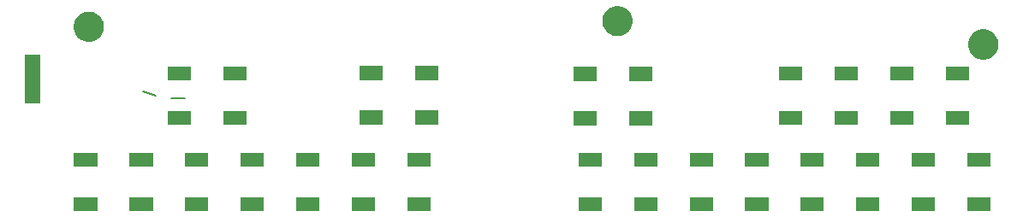
<source format=gts>
G04 #@! TF.GenerationSoftware,KiCad,Pcbnew,5.1.4-e60b266~84~ubuntu16.04.1*
G04 #@! TF.CreationDate,2019-10-09T19:06:30-05:00*
G04 #@! TF.ProjectId,Quantum MCP4262-502 25x expansion flex for GWAAM-Sea Aid,5175616e-7475-46d2-904d-435034323632,rev?*
G04 #@! TF.SameCoordinates,Original*
G04 #@! TF.FileFunction,Soldermask,Top*
G04 #@! TF.FilePolarity,Negative*
%FSLAX46Y46*%
G04 Gerber Fmt 4.6, Leading zero omitted, Abs format (unit mm)*
G04 Created by KiCad (PCBNEW 5.1.4-e60b266~84~ubuntu16.04.1) date 2019-10-09 19:06:30*
%MOMM*%
%LPD*%
G04 APERTURE LIST*
%ADD10C,0.210000*%
%ADD11C,0.100000*%
G04 APERTURE END LIST*
D10*
X82854800Y-108562140D02*
X84142580Y-109024420D01*
X85607717Y-109231315D02*
X87002177Y-109231315D01*
D11*
G36*
X128210960Y-120446120D02*
G01*
X125910960Y-120446120D01*
X125910960Y-119046120D01*
X128210960Y-119046120D01*
X128210960Y-120446120D01*
X128210960Y-120446120D01*
G37*
G36*
X78312660Y-120446120D02*
G01*
X76012660Y-120446120D01*
X76012660Y-119046120D01*
X78312660Y-119046120D01*
X78312660Y-120446120D01*
X78312660Y-120446120D01*
G37*
G36*
X83809220Y-120443580D02*
G01*
X81509220Y-120443580D01*
X81509220Y-119043580D01*
X83809220Y-119043580D01*
X83809220Y-120443580D01*
X83809220Y-120443580D01*
G37*
G36*
X133707520Y-120443580D02*
G01*
X131407520Y-120443580D01*
X131407520Y-119043580D01*
X133707520Y-119043580D01*
X133707520Y-120443580D01*
X133707520Y-120443580D01*
G37*
G36*
X139196460Y-120435960D02*
G01*
X136896460Y-120435960D01*
X136896460Y-119035960D01*
X139196460Y-119035960D01*
X139196460Y-120435960D01*
X139196460Y-120435960D01*
G37*
G36*
X89298160Y-120435960D02*
G01*
X86998160Y-120435960D01*
X86998160Y-119035960D01*
X89298160Y-119035960D01*
X89298160Y-120435960D01*
X89298160Y-120435960D01*
G37*
G36*
X94794720Y-120433420D02*
G01*
X92494720Y-120433420D01*
X92494720Y-119033420D01*
X94794720Y-119033420D01*
X94794720Y-120433420D01*
X94794720Y-120433420D01*
G37*
G36*
X144693020Y-120433420D02*
G01*
X142393020Y-120433420D01*
X142393020Y-119033420D01*
X144693020Y-119033420D01*
X144693020Y-120433420D01*
X144693020Y-120433420D01*
G37*
G36*
X111279320Y-120428340D02*
G01*
X108979320Y-120428340D01*
X108979320Y-119028340D01*
X111279320Y-119028340D01*
X111279320Y-120428340D01*
X111279320Y-120428340D01*
G37*
G36*
X161177620Y-120428340D02*
G01*
X158877620Y-120428340D01*
X158877620Y-119028340D01*
X161177620Y-119028340D01*
X161177620Y-120428340D01*
X161177620Y-120428340D01*
G37*
G36*
X166674180Y-120425800D02*
G01*
X164374180Y-120425800D01*
X164374180Y-119025800D01*
X166674180Y-119025800D01*
X166674180Y-120425800D01*
X166674180Y-120425800D01*
G37*
G36*
X150181960Y-120423260D02*
G01*
X147881960Y-120423260D01*
X147881960Y-119023260D01*
X150181960Y-119023260D01*
X150181960Y-120423260D01*
X150181960Y-120423260D01*
G37*
G36*
X100283660Y-120423260D02*
G01*
X97983660Y-120423260D01*
X97983660Y-119023260D01*
X100283660Y-119023260D01*
X100283660Y-120423260D01*
X100283660Y-120423260D01*
G37*
G36*
X105780220Y-120420720D02*
G01*
X103480220Y-120420720D01*
X103480220Y-119020720D01*
X105780220Y-119020720D01*
X105780220Y-120420720D01*
X105780220Y-120420720D01*
G37*
G36*
X155678520Y-120420720D02*
G01*
X153378520Y-120420720D01*
X153378520Y-119020720D01*
X155678520Y-119020720D01*
X155678520Y-120420720D01*
X155678520Y-120420720D01*
G37*
G36*
X128210960Y-116046120D02*
G01*
X125910960Y-116046120D01*
X125910960Y-114646120D01*
X128210960Y-114646120D01*
X128210960Y-116046120D01*
X128210960Y-116046120D01*
G37*
G36*
X78312660Y-116046120D02*
G01*
X76012660Y-116046120D01*
X76012660Y-114646120D01*
X78312660Y-114646120D01*
X78312660Y-116046120D01*
X78312660Y-116046120D01*
G37*
G36*
X83809220Y-116043580D02*
G01*
X81509220Y-116043580D01*
X81509220Y-114643580D01*
X83809220Y-114643580D01*
X83809220Y-116043580D01*
X83809220Y-116043580D01*
G37*
G36*
X133707520Y-116043580D02*
G01*
X131407520Y-116043580D01*
X131407520Y-114643580D01*
X133707520Y-114643580D01*
X133707520Y-116043580D01*
X133707520Y-116043580D01*
G37*
G36*
X89298160Y-116035960D02*
G01*
X86998160Y-116035960D01*
X86998160Y-114635960D01*
X89298160Y-114635960D01*
X89298160Y-116035960D01*
X89298160Y-116035960D01*
G37*
G36*
X139196460Y-116035960D02*
G01*
X136896460Y-116035960D01*
X136896460Y-114635960D01*
X139196460Y-114635960D01*
X139196460Y-116035960D01*
X139196460Y-116035960D01*
G37*
G36*
X144693020Y-116033420D02*
G01*
X142393020Y-116033420D01*
X142393020Y-114633420D01*
X144693020Y-114633420D01*
X144693020Y-116033420D01*
X144693020Y-116033420D01*
G37*
G36*
X94794720Y-116033420D02*
G01*
X92494720Y-116033420D01*
X92494720Y-114633420D01*
X94794720Y-114633420D01*
X94794720Y-116033420D01*
X94794720Y-116033420D01*
G37*
G36*
X111279320Y-116028340D02*
G01*
X108979320Y-116028340D01*
X108979320Y-114628340D01*
X111279320Y-114628340D01*
X111279320Y-116028340D01*
X111279320Y-116028340D01*
G37*
G36*
X161177620Y-116028340D02*
G01*
X158877620Y-116028340D01*
X158877620Y-114628340D01*
X161177620Y-114628340D01*
X161177620Y-116028340D01*
X161177620Y-116028340D01*
G37*
G36*
X166674180Y-116025800D02*
G01*
X164374180Y-116025800D01*
X164374180Y-114625800D01*
X166674180Y-114625800D01*
X166674180Y-116025800D01*
X166674180Y-116025800D01*
G37*
G36*
X150181960Y-116023260D02*
G01*
X147881960Y-116023260D01*
X147881960Y-114623260D01*
X150181960Y-114623260D01*
X150181960Y-116023260D01*
X150181960Y-116023260D01*
G37*
G36*
X100283660Y-116023260D02*
G01*
X97983660Y-116023260D01*
X97983660Y-114623260D01*
X100283660Y-114623260D01*
X100283660Y-116023260D01*
X100283660Y-116023260D01*
G37*
G36*
X105780220Y-116020720D02*
G01*
X103480220Y-116020720D01*
X103480220Y-114620720D01*
X105780220Y-114620720D01*
X105780220Y-116020720D01*
X105780220Y-116020720D01*
G37*
G36*
X155678520Y-116020720D02*
G01*
X153378520Y-116020720D01*
X153378520Y-114620720D01*
X155678520Y-114620720D01*
X155678520Y-116020720D01*
X155678520Y-116020720D01*
G37*
G36*
X127692800Y-111934580D02*
G01*
X125392800Y-111934580D01*
X125392800Y-110534580D01*
X127692800Y-110534580D01*
X127692800Y-111934580D01*
X127692800Y-111934580D01*
G37*
G36*
X133189360Y-111932040D02*
G01*
X130889360Y-111932040D01*
X130889360Y-110532040D01*
X133189360Y-110532040D01*
X133189360Y-111932040D01*
X133189360Y-111932040D01*
G37*
G36*
X87570960Y-111899020D02*
G01*
X85270960Y-111899020D01*
X85270960Y-110499020D01*
X87570960Y-110499020D01*
X87570960Y-111899020D01*
X87570960Y-111899020D01*
G37*
G36*
X148061060Y-111896480D02*
G01*
X145761060Y-111896480D01*
X145761060Y-110496480D01*
X148061060Y-110496480D01*
X148061060Y-111896480D01*
X148061060Y-111896480D01*
G37*
G36*
X93067520Y-111896480D02*
G01*
X90767520Y-111896480D01*
X90767520Y-110496480D01*
X93067520Y-110496480D01*
X93067520Y-111896480D01*
X93067520Y-111896480D01*
G37*
G36*
X153557620Y-111893940D02*
G01*
X151257620Y-111893940D01*
X151257620Y-110493940D01*
X153557620Y-110493940D01*
X153557620Y-111893940D01*
X153557620Y-111893940D01*
G37*
G36*
X159046560Y-111883780D02*
G01*
X156746560Y-111883780D01*
X156746560Y-110483780D01*
X159046560Y-110483780D01*
X159046560Y-111883780D01*
X159046560Y-111883780D01*
G37*
G36*
X164543120Y-111881240D02*
G01*
X162243120Y-111881240D01*
X162243120Y-110481240D01*
X164543120Y-110481240D01*
X164543120Y-111881240D01*
X164543120Y-111881240D01*
G37*
G36*
X106582860Y-111845680D02*
G01*
X104282860Y-111845680D01*
X104282860Y-110445680D01*
X106582860Y-110445680D01*
X106582860Y-111845680D01*
X106582860Y-111845680D01*
G37*
G36*
X112079420Y-111843140D02*
G01*
X109779420Y-111843140D01*
X109779420Y-110443140D01*
X112079420Y-110443140D01*
X112079420Y-111843140D01*
X112079420Y-111843140D01*
G37*
G36*
X72654860Y-109756720D02*
G01*
X71154860Y-109756720D01*
X71154860Y-104956720D01*
X72654860Y-104956720D01*
X72654860Y-109756720D01*
X72654860Y-109756720D01*
G37*
G36*
X127692800Y-107534580D02*
G01*
X125392800Y-107534580D01*
X125392800Y-106134580D01*
X127692800Y-106134580D01*
X127692800Y-107534580D01*
X127692800Y-107534580D01*
G37*
G36*
X133189360Y-107532040D02*
G01*
X130889360Y-107532040D01*
X130889360Y-106132040D01*
X133189360Y-106132040D01*
X133189360Y-107532040D01*
X133189360Y-107532040D01*
G37*
G36*
X87570960Y-107499020D02*
G01*
X85270960Y-107499020D01*
X85270960Y-106099020D01*
X87570960Y-106099020D01*
X87570960Y-107499020D01*
X87570960Y-107499020D01*
G37*
G36*
X93067520Y-107496480D02*
G01*
X90767520Y-107496480D01*
X90767520Y-106096480D01*
X93067520Y-106096480D01*
X93067520Y-107496480D01*
X93067520Y-107496480D01*
G37*
G36*
X148061060Y-107496480D02*
G01*
X145761060Y-107496480D01*
X145761060Y-106096480D01*
X148061060Y-106096480D01*
X148061060Y-107496480D01*
X148061060Y-107496480D01*
G37*
G36*
X153557620Y-107493940D02*
G01*
X151257620Y-107493940D01*
X151257620Y-106093940D01*
X153557620Y-106093940D01*
X153557620Y-107493940D01*
X153557620Y-107493940D01*
G37*
G36*
X159046560Y-107483780D02*
G01*
X156746560Y-107483780D01*
X156746560Y-106083780D01*
X159046560Y-106083780D01*
X159046560Y-107483780D01*
X159046560Y-107483780D01*
G37*
G36*
X164543120Y-107481240D02*
G01*
X162243120Y-107481240D01*
X162243120Y-106081240D01*
X164543120Y-106081240D01*
X164543120Y-107481240D01*
X164543120Y-107481240D01*
G37*
G36*
X106582860Y-107445680D02*
G01*
X104282860Y-107445680D01*
X104282860Y-106045680D01*
X106582860Y-106045680D01*
X106582860Y-107445680D01*
X106582860Y-107445680D01*
G37*
G36*
X112079420Y-107443140D02*
G01*
X109779420Y-107443140D01*
X109779420Y-106043140D01*
X112079420Y-106043140D01*
X112079420Y-107443140D01*
X112079420Y-107443140D01*
G37*
G36*
X166378274Y-102479203D02*
G01*
X166651255Y-102592276D01*
X166651257Y-102592277D01*
X166774930Y-102674913D01*
X166896933Y-102756433D01*
X167105867Y-102965367D01*
X167270024Y-103211045D01*
X167383097Y-103484026D01*
X167440740Y-103773822D01*
X167440740Y-104069298D01*
X167383097Y-104359094D01*
X167270024Y-104632075D01*
X167270023Y-104632077D01*
X167105866Y-104877754D01*
X166896934Y-105086686D01*
X166651257Y-105250843D01*
X166651256Y-105250844D01*
X166651255Y-105250844D01*
X166378274Y-105363917D01*
X166088478Y-105421560D01*
X165793002Y-105421560D01*
X165503206Y-105363917D01*
X165230225Y-105250844D01*
X165230224Y-105250844D01*
X165230223Y-105250843D01*
X164984546Y-105086686D01*
X164775614Y-104877754D01*
X164611457Y-104632077D01*
X164611456Y-104632075D01*
X164498383Y-104359094D01*
X164440740Y-104069298D01*
X164440740Y-103773822D01*
X164498383Y-103484026D01*
X164611456Y-103211045D01*
X164775613Y-102965367D01*
X164984547Y-102756433D01*
X165106550Y-102674913D01*
X165230223Y-102592277D01*
X165230225Y-102592276D01*
X165503206Y-102479203D01*
X165793002Y-102421560D01*
X166088478Y-102421560D01*
X166378274Y-102479203D01*
X166378274Y-102479203D01*
G37*
G36*
X77917694Y-100711363D02*
G01*
X78190675Y-100824436D01*
X78190677Y-100824437D01*
X78436354Y-100988594D01*
X78645286Y-101197526D01*
X78805314Y-101437023D01*
X78809444Y-101443205D01*
X78922517Y-101716186D01*
X78980160Y-102005982D01*
X78980160Y-102301458D01*
X78922517Y-102591254D01*
X78809444Y-102864235D01*
X78809443Y-102864237D01*
X78776163Y-102914044D01*
X78662094Y-103084760D01*
X78645286Y-103109914D01*
X78436354Y-103318846D01*
X78190677Y-103483003D01*
X78190676Y-103483004D01*
X78190675Y-103483004D01*
X77917694Y-103596077D01*
X77627898Y-103653720D01*
X77332422Y-103653720D01*
X77042626Y-103596077D01*
X76769645Y-103483004D01*
X76769644Y-103483004D01*
X76769643Y-103483003D01*
X76523966Y-103318846D01*
X76315034Y-103109914D01*
X76298227Y-103084760D01*
X76184157Y-102914044D01*
X76150877Y-102864237D01*
X76150876Y-102864235D01*
X76037803Y-102591254D01*
X75980160Y-102301458D01*
X75980160Y-102005982D01*
X76037803Y-101716186D01*
X76150876Y-101443205D01*
X76155007Y-101437023D01*
X76315034Y-101197526D01*
X76523966Y-100988594D01*
X76769643Y-100824437D01*
X76769645Y-100824436D01*
X77042626Y-100711363D01*
X77332422Y-100653720D01*
X77627898Y-100653720D01*
X77917694Y-100711363D01*
X77917694Y-100711363D01*
G37*
G36*
X130201054Y-100142403D02*
G01*
X130474035Y-100255476D01*
X130474037Y-100255477D01*
X130597710Y-100338113D01*
X130719713Y-100419633D01*
X130928647Y-100628567D01*
X130983970Y-100711364D01*
X131059524Y-100824437D01*
X131092804Y-100874245D01*
X131205877Y-101147226D01*
X131263520Y-101437022D01*
X131263520Y-101732498D01*
X131205877Y-102022294D01*
X131092804Y-102295275D01*
X131092803Y-102295277D01*
X131088673Y-102301458D01*
X130928647Y-102540953D01*
X130719713Y-102749887D01*
X130597710Y-102831407D01*
X130474037Y-102914043D01*
X130474036Y-102914044D01*
X130474035Y-102914044D01*
X130201054Y-103027117D01*
X129911258Y-103084760D01*
X129615782Y-103084760D01*
X129325986Y-103027117D01*
X129053005Y-102914044D01*
X129053004Y-102914044D01*
X129053003Y-102914043D01*
X128929330Y-102831407D01*
X128807327Y-102749887D01*
X128598393Y-102540953D01*
X128438367Y-102301458D01*
X128434237Y-102295277D01*
X128434236Y-102295275D01*
X128321163Y-102022294D01*
X128263520Y-101732498D01*
X128263520Y-101437022D01*
X128321163Y-101147226D01*
X128434236Y-100874245D01*
X128467517Y-100824437D01*
X128543070Y-100711364D01*
X128598393Y-100628567D01*
X128807327Y-100419633D01*
X128929330Y-100338113D01*
X129053003Y-100255477D01*
X129053005Y-100255476D01*
X129325986Y-100142403D01*
X129615782Y-100084760D01*
X129911258Y-100084760D01*
X130201054Y-100142403D01*
X130201054Y-100142403D01*
G37*
M02*

</source>
